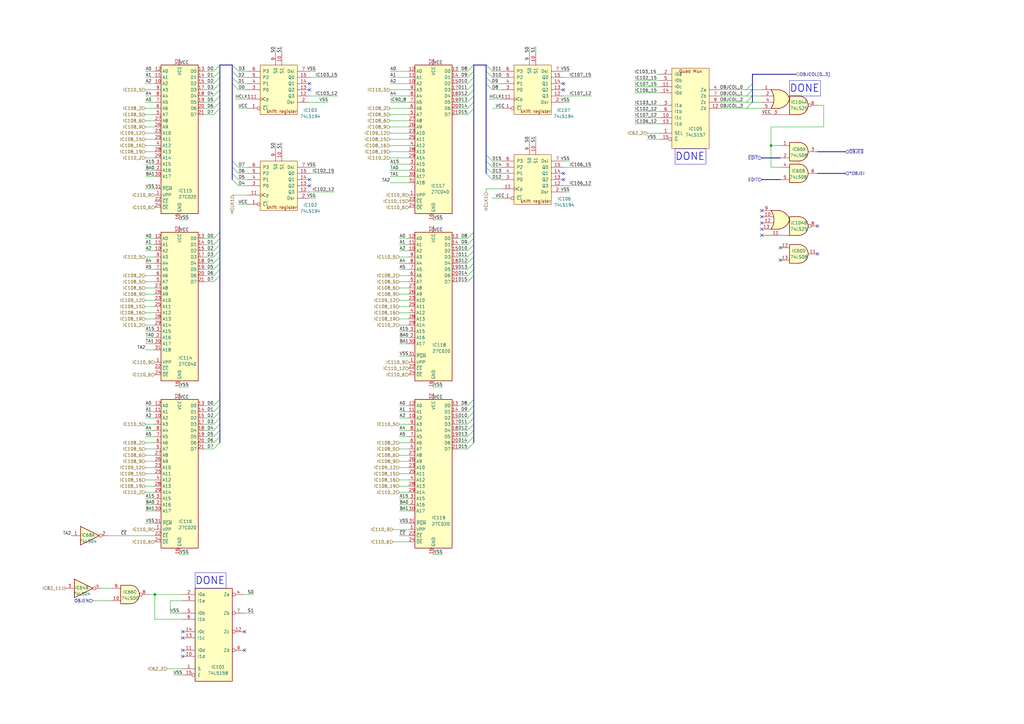
<source format=kicad_sch>
(kicad_sch (version 20231120) (generator "eeschema") (generator_version "8.0")
  (paper "A3")
  (title_block (title "Object ROM") (company "JOTEGO"))
  (junction (at 63.5 243.84))
  (junction (at 316.23 59.69))
  (no_connect (at 312.42 88.9))
  (no_connect (at 231.14 34.29))
  (no_connect (at 74.93 266.7))
  (no_connect (at 100.33 266.7))
  (no_connect (at 74.93 259.08))
  (no_connect (at 320.04 106.68))
  (no_connect (at 231.14 73.66))
  (no_connect (at 312.42 86.36))
  (no_connect (at 74.93 261.62))
  (no_connect (at 100.33 259.08))
  (no_connect (at 335.28 92.71))
  (no_connect (at 231.14 36.83))
  (no_connect (at 127 73.66))
  (no_connect (at 312.42 96.52))
  (no_connect (at 312.42 91.44))
  (no_connect (at 335.28 104.14))
  (no_connect (at 127 36.83))
  (no_connect (at 312.42 93.98))
  (no_connect (at 320.04 101.6))
  (no_connect (at 231.14 71.12))
  (no_connect (at 127 34.29))
  (no_connect (at 74.93 269.24))
  (no_connect (at 127 76.2))
  (bus_entry (at 191.77 179.07) (size 2.54 -2.54))
  (bus_entry (at 97.79 31.75) (size -2.54 -2.54))
  (bus_entry (at 97.79 76.2) (size -2.54 -2.54))
  (bus_entry (at 191.77 31.75) (size 2.54 -2.54))
  (bus_entry (at 191.77 44.45) (size 2.54 -2.54))
  (bus_entry (at 97.79 34.29) (size -2.54 -2.54))
  (bus_entry (at 87.63 110.49) (size 2.54 -2.54))
  (bus_entry (at 191.77 97.79) (size 2.54 -2.54))
  (bus_entry (at 87.63 113.03) (size 2.54 -2.54))
  (bus_entry (at 97.79 29.21) (size -2.54 -2.54))
  (bus_entry (at 306.07 44.45) (size 2.54 -2.54))
  (bus_entry (at 191.77 176.53) (size 2.54 -2.54))
  (bus_entry (at 199.39 71.12) (size 2.54 2.54))
  (bus_entry (at 97.79 73.66) (size -2.54 -2.54))
  (bus_entry (at 199.39 29.21) (size 2.54 2.54))
  (bus_entry (at 87.63 107.95) (size 2.54 -2.54))
  (bus_entry (at 87.63 97.79) (size 2.54 -2.54))
  (bus_entry (at 191.77 115.57) (size 2.54 -2.54))
  (bus_entry (at 191.77 110.49) (size 2.54 -2.54))
  (bus_entry (at 191.77 113.03) (size 2.54 -2.54))
  (bus_entry (at 199.39 26.67) (size 2.54 2.54))
  (bus_entry (at 306.07 41.91) (size 2.54 -2.54))
  (bus_entry (at 306.07 36.83) (size 2.54 -2.54))
  (bus_entry (at 191.77 41.91) (size 2.54 -2.54))
  (bus_entry (at 87.63 46.99) (size 2.54 -2.54))
  (bus_entry (at 87.63 181.61) (size 2.54 -2.54))
  (bus_entry (at 191.77 166.37) (size 2.54 -2.54))
  (bus_entry (at 191.77 102.87) (size 2.54 -2.54))
  (bus_entry (at 97.79 68.58) (size -2.54 -2.54))
  (bus_entry (at 97.79 71.12) (size -2.54 -2.54))
  (bus_entry (at 191.77 107.95) (size 2.54 -2.54))
  (bus_entry (at 87.63 179.07) (size 2.54 -2.54))
  (bus_entry (at 87.63 176.53) (size 2.54 -2.54))
  (bus_entry (at 87.63 105.41) (size 2.54 -2.54))
  (bus_entry (at 87.63 102.87) (size 2.54 -2.54))
  (bus_entry (at 199.39 66.04) (size 2.54 2.54))
  (bus_entry (at 87.63 171.45) (size 2.54 -2.54))
  (bus_entry (at 87.63 44.45) (size 2.54 -2.54))
  (bus_entry (at 87.63 115.57) (size 2.54 -2.54))
  (bus_entry (at 191.77 105.41) (size 2.54 -2.54))
  (bus_entry (at 87.63 168.91) (size 2.54 -2.54))
  (bus_entry (at 199.39 68.58) (size 2.54 2.54))
  (bus_entry (at 87.63 29.21) (size 2.54 -2.54))
  (bus_entry (at 87.63 173.99) (size 2.54 -2.54))
  (bus_entry (at 87.63 31.75) (size 2.54 -2.54))
  (bus_entry (at 87.63 34.29) (size 2.54 -2.54))
  (bus_entry (at 87.63 184.15) (size 2.54 -2.54))
  (bus_entry (at 199.39 34.29) (size 2.54 2.54))
  (bus_entry (at 87.63 36.83) (size 2.54 -2.54))
  (bus_entry (at 87.63 41.91) (size 2.54 -2.54))
  (bus_entry (at 191.77 39.37) (size 2.54 -2.54))
  (bus_entry (at 87.63 166.37) (size 2.54 -2.54))
  (bus_entry (at 191.77 100.33) (size 2.54 -2.54))
  (bus_entry (at 191.77 171.45) (size 2.54 -2.54))
  (bus_entry (at 87.63 39.37) (size 2.54 -2.54))
  (bus_entry (at 191.77 46.99) (size 2.54 -2.54))
  (bus_entry (at 191.77 36.83) (size 2.54 -2.54))
  (bus_entry (at 199.39 31.75) (size 2.54 2.54))
  (bus_entry (at 191.77 34.29) (size 2.54 -2.54))
  (bus_entry (at 97.79 36.83) (size -2.54 -2.54))
  (bus_entry (at 199.39 63.5) (size 2.54 2.54))
  (bus_entry (at 87.63 100.33) (size 2.54 -2.54))
  (bus_entry (at 191.77 184.15) (size 2.54 -2.54))
  (bus_entry (at 191.77 181.61) (size 2.54 -2.54))
  (bus_entry (at 191.77 168.91) (size 2.54 -2.54))
  (bus_entry (at 191.77 29.21) (size 2.54 -2.54))
  (bus_entry (at 191.77 173.99) (size 2.54 -2.54))
  (bus_entry (at 306.07 39.37) (size 2.54 -2.54))
  (bus (pts (xy 90.17 168.91) (xy 90.17 171.45)))
  (wire (pts (xy 316.23 52.07) (xy 316.23 59.69)))
  (wire (pts (xy 134.62 41.91) (xy 127 41.91)))
  (wire (pts (xy 97.79 31.75) (xy 101.6 31.75)))
  (wire (pts (xy 320.04 68.58) (xy 316.23 68.58)))
  (wire (pts (xy 59.69 49.53) (xy 63.5 49.53)))
  (wire (pts (xy 308.61 39.37) (xy 312.42 39.37)))
  (bus (pts (xy 95.25 68.58) (xy 95.25 66.04)))
  (wire (pts (xy 219.71 19.05) (xy 219.71 21.59)))
  (wire (pts (xy 59.69 31.75) (xy 63.5 31.75)))
  (wire (pts (xy 77.47 158.75) (xy 73.66 158.75)))
  (wire (pts (xy 187.96 173.99) (xy 191.77 173.99)))
  (wire (pts (xy 217.17 19.05) (xy 217.17 21.59)))
  (wire (pts (xy 59.69 59.69) (xy 63.5 59.69)))
  (wire (pts (xy 129.54 29.21) (xy 127 29.21)))
  (wire (pts (xy 187.96 36.83) (xy 191.77 36.83)))
  (wire (pts (xy 160.02 74.93) (xy 167.64 74.93)))
  (wire (pts (xy 187.96 100.33) (xy 191.77 100.33)))
  (wire (pts (xy 59.69 120.65) (xy 63.5 120.65)))
  (wire (pts (xy 295.91 44.45) (xy 306.07 44.45)))
  (wire (pts (xy 59.69 189.23) (xy 63.5 189.23)))
  (wire (pts (xy 59.69 166.37) (xy 63.5 166.37)))
  (wire (pts (xy 187.96 115.57) (xy 191.77 115.57)))
  (wire (pts (xy 163.83 186.69) (xy 167.64 186.69)))
  (wire (pts (xy 201.93 81.28) (xy 205.74 81.28)))
  (wire (pts (xy 233.68 41.91) (xy 231.14 41.91)))
  (wire (pts (xy 187.96 44.45) (xy 191.77 44.45)))
  (wire (pts (xy 77.47 90.17) (xy 73.66 90.17)))
  (wire (pts (xy 181.61 227.33) (xy 177.8 227.33)))
  (wire (pts (xy 187.96 29.21) (xy 191.77 29.21)))
  (wire (pts (xy 163.83 173.99) (xy 167.64 173.99)))
  (wire (pts (xy 160.02 46.99) (xy 167.64 46.99)))
  (wire (pts (xy 201.93 66.04) (xy 205.74 66.04)))
  (wire (pts (xy 181.61 158.75) (xy 177.8 158.75)))
  (bus (pts (xy 194.31 105.41) (xy 194.31 102.87)))
  (wire (pts (xy 59.69 113.03) (xy 63.5 113.03)))
  (bus (pts (xy 90.17 163.83) (xy 90.17 166.37)))
  (wire (pts (xy 161.29 217.17) (xy 167.64 217.17)))
  (wire (pts (xy 83.82 166.37) (xy 87.63 166.37)))
  (wire (pts (xy 217.17 55.88) (xy 217.17 58.42)))
  (wire (pts (xy 163.83 189.23) (xy 167.64 189.23)))
  (wire (pts (xy 163.83 196.85) (xy 167.64 196.85)))
  (wire (pts (xy 160.02 36.83) (xy 167.64 36.83)))
  (wire (pts (xy 59.69 115.57) (xy 63.5 115.57)))
  (bus (pts (xy 194.31 41.91) (xy 194.31 39.37)))
  (wire (pts (xy 97.79 29.21) (xy 101.6 29.21)))
  (wire (pts (xy 269.24 30.48) (xy 270.51 30.48)))
  (bus (pts (xy 194.31 29.21) (xy 194.31 26.67)))
  (wire (pts (xy 163.83 135.89) (xy 167.64 135.89)))
  (wire (pts (xy 59.69 176.53) (xy 63.5 176.53)))
  (wire (pts (xy 187.96 181.61) (xy 191.77 181.61)))
  (bus (pts (xy 308.61 39.37) (xy 308.61 36.83)))
  (wire (pts (xy 83.82 102.87) (xy 87.63 102.87)))
  (wire (pts (xy 69.85 251.46) (xy 69.85 246.38)))
  (bus (pts (xy 95.25 71.12) (xy 95.25 73.66)))
  (bus (pts (xy 194.31 110.49) (xy 194.31 107.95)))
  (wire (pts (xy 44.45 219.71) (xy 63.5 219.71)))
  (wire (pts (xy 95.25 80.01) (xy 101.6 80.01)))
  (wire (pts (xy 316.23 59.69) (xy 316.23 68.58)))
  (wire (pts (xy 163.83 118.11) (xy 167.64 118.11)))
  (wire (pts (xy 306.07 44.45) (xy 312.42 44.45)))
  (wire (pts (xy 163.83 166.37) (xy 167.64 166.37)))
  (wire (pts (xy 187.96 176.53) (xy 191.77 176.53)))
  (wire (pts (xy 59.69 168.91) (xy 63.5 168.91)))
  (wire (pts (xy 69.85 251.46) (xy 74.93 251.46)))
  (wire (pts (xy 96.52 40.64) (xy 101.6 40.64)))
  (wire (pts (xy 59.69 46.99) (xy 63.5 46.99)))
  (wire (pts (xy 187.96 97.79) (xy 191.77 97.79)))
  (wire (pts (xy 160.02 57.15) (xy 167.64 57.15)))
  (wire (pts (xy 69.85 246.38) (xy 74.93 246.38)))
  (bus (pts (xy 199.39 29.21) (xy 199.39 31.75)))
  (wire (pts (xy 295.91 39.37) (xy 306.07 39.37)))
  (wire (pts (xy 163.83 105.41) (xy 167.64 105.41)))
  (wire (pts (xy 163.83 214.63) (xy 167.64 214.63)))
  (wire (pts (xy 242.57 39.37) (xy 231.14 39.37)))
  (wire (pts (xy 59.69 201.93) (xy 63.5 201.93)))
  (wire (pts (xy 163.83 184.15) (xy 167.64 184.15)))
  (wire (pts (xy 163.83 128.27) (xy 167.64 128.27)))
  (wire (pts (xy 59.69 143.51) (xy 63.5 143.51)))
  (wire (pts (xy 306.07 41.91) (xy 308.61 41.91)))
  (wire (pts (xy 337.82 52.07) (xy 316.23 52.07)))
  (bus (pts (xy 199.39 31.75) (xy 199.39 34.29)))
  (wire (pts (xy 187.96 105.41) (xy 191.77 105.41)))
  (wire (pts (xy 163.83 97.79) (xy 167.64 97.79)))
  (wire (pts (xy 59.69 36.83) (xy 63.5 36.83)))
  (wire (pts (xy 308.61 41.91) (xy 312.42 41.91)))
  (wire (pts (xy 200.66 40.64) (xy 205.74 40.64)))
  (wire (pts (xy 73.66 95.25) (xy 73.66 92.71)))
  (wire (pts (xy 63.5 254) (xy 74.93 254)))
  (wire (pts (xy 137.16 71.12) (xy 127 71.12)))
  (wire (pts (xy 308.61 36.83) (xy 312.42 36.83)))
  (wire (pts (xy 59.69 77.47) (xy 63.5 77.47)))
  (wire (pts (xy 163.83 199.39) (xy 167.64 199.39)))
  (bus (pts (xy 308.61 41.91) (xy 308.61 39.37)))
  (wire (pts (xy 38.1 246.38) (xy 45.72 246.38)))
  (wire (pts (xy 160.02 44.45) (xy 167.64 44.45)))
  (wire (pts (xy 187.96 166.37) (xy 191.77 166.37)))
  (wire (pts (xy 59.69 110.49) (xy 63.5 110.49)))
  (wire (pts (xy 97.79 71.12) (xy 101.6 71.12)))
  (wire (pts (xy 163.83 179.07) (xy 167.64 179.07)))
  (wire (pts (xy 163.83 168.91) (xy 167.64 168.91)))
  (wire (pts (xy 83.82 184.15) (xy 87.63 184.15)))
  (wire (pts (xy 59.69 67.31) (xy 63.5 67.31)))
  (wire (pts (xy 163.83 125.73) (xy 167.64 125.73)))
  (wire (pts (xy 201.93 44.45) (xy 205.74 44.45)))
  (bus (pts (xy 194.31 110.49) (xy 194.31 113.03)))
  (wire (pts (xy 129.54 81.28) (xy 127 81.28)))
  (bus (pts (xy 90.17 176.53) (xy 90.17 179.07)))
  (wire (pts (xy 59.69 191.77) (xy 63.5 191.77)))
  (bus (pts (xy 194.31 113.03) (xy 194.31 163.83)))
  (wire (pts (xy 83.82 34.29) (xy 87.63 34.29)))
  (wire (pts (xy 59.69 196.85) (xy 63.5 196.85)))
  (bus (pts (xy 90.17 36.83) (xy 90.17 39.37)))
  (wire (pts (xy 97.79 76.2) (xy 101.6 76.2)))
  (wire (pts (xy 219.71 55.88) (xy 219.71 58.42)))
  (bus (pts (xy 194.31 100.33) (xy 194.31 97.79)))
  (wire (pts (xy 163.83 113.03) (xy 167.64 113.03)))
  (wire (pts (xy 187.96 113.03) (xy 191.77 113.03)))
  (bus (pts (xy 312.42 64.77) (xy 320.04 64.77)))
  (wire (pts (xy 160.02 39.37) (xy 167.64 39.37)))
  (wire (pts (xy 83.82 39.37) (xy 87.63 39.37)))
  (wire (pts (xy 59.69 57.15) (xy 63.5 57.15)))
  (bus (pts (xy 199.39 26.67) (xy 199.39 29.21)))
  (wire (pts (xy 265.43 57.15) (xy 270.51 57.15)))
  (wire (pts (xy 187.96 31.75) (xy 191.77 31.75)))
  (wire (pts (xy 83.82 115.57) (xy 87.63 115.57)))
  (wire (pts (xy 73.66 26.67) (xy 73.66 24.13)))
  (bus (pts (xy 308.61 30.48) (xy 326.39 30.48)))
  (bus (pts (xy 194.31 107.95) (xy 194.31 105.41)))
  (wire (pts (xy 63.5 243.84) (xy 63.5 254)))
  (wire (pts (xy 163.83 201.93) (xy 167.64 201.93)))
  (wire (pts (xy 242.57 76.2) (xy 231.14 76.2)))
  (wire (pts (xy 187.96 39.37) (xy 191.77 39.37)))
  (wire (pts (xy 97.79 34.29) (xy 101.6 34.29)))
  (bus (pts (xy 335.28 62.23) (xy 346.71 62.23)))
  (wire (pts (xy 71.12 276.86) (xy 74.93 276.86)))
  (wire (pts (xy 83.82 36.83) (xy 87.63 36.83)))
  (wire (pts (xy 59.69 199.39) (xy 63.5 199.39)))
  (bus (pts (xy 194.31 179.07) (xy 194.31 181.61)))
  (wire (pts (xy 163.83 219.71) (xy 167.64 219.71)))
  (bus (pts (xy 194.31 102.87) (xy 194.31 100.33)))
  (wire (pts (xy 199.39 77.47) (xy 205.74 77.47)))
  (bus (pts (xy 199.39 63.5) (xy 199.39 66.04)))
  (wire (pts (xy 59.69 34.29) (xy 63.5 34.29)))
  (wire (pts (xy 163.83 123.19) (xy 167.64 123.19)))
  (bus (pts (xy 194.31 26.67) (xy 199.39 26.67)))
  (wire (pts (xy 59.69 130.81) (xy 63.5 130.81)))
  (wire (pts (xy 59.69 181.61) (xy 63.5 181.61)))
  (wire (pts (xy 260.35 43.18) (xy 270.51 43.18)))
  (wire (pts (xy 59.69 69.85) (xy 63.5 69.85)))
  (wire (pts (xy 59.69 123.19) (xy 63.5 123.19)))
  (wire (pts (xy 163.83 115.57) (xy 167.64 115.57)))
  (wire (pts (xy 59.69 102.87) (xy 63.5 102.87)))
  (wire (pts (xy 59.69 107.95) (xy 63.5 107.95)))
  (wire (pts (xy 187.96 102.87) (xy 191.77 102.87)))
  (bus (pts (xy 95.25 31.75) (xy 95.25 34.29)))
  (wire (pts (xy 59.69 118.11) (xy 63.5 118.11)))
  (wire (pts (xy 260.35 35.56) (xy 270.51 35.56)))
  (bus (pts (xy 194.31 163.83) (xy 194.31 166.37)))
  (wire (pts (xy 97.79 36.83) (xy 101.6 36.83)))
  (wire (pts (xy 306.07 39.37) (xy 308.61 39.37)))
  (bus (pts (xy 335.28 71.12) (xy 346.71 71.12)))
  (wire (pts (xy 306.07 36.83) (xy 308.61 36.83)))
  (wire (pts (xy 97.79 44.45) (xy 101.6 44.45)))
  (wire (pts (xy 59.69 62.23) (xy 63.5 62.23)))
  (wire (pts (xy 83.82 113.03) (xy 87.63 113.03)))
  (bus (pts (xy 194.31 168.91) (xy 194.31 171.45)))
  (wire (pts (xy 233.68 66.04) (xy 231.14 66.04)))
  (wire (pts (xy 97.79 73.66) (xy 101.6 73.66)))
  (wire (pts (xy 83.82 44.45) (xy 87.63 44.45)))
  (wire (pts (xy 59.69 138.43) (xy 63.5 138.43)))
  (wire (pts (xy 59.69 194.31) (xy 63.5 194.31)))
  (wire (pts (xy 265.43 54.61) (xy 270.51 54.61)))
  (wire (pts (xy 233.68 29.21) (xy 231.14 29.21)))
  (wire (pts (xy 59.69 29.21) (xy 63.5 29.21)))
  (wire (pts (xy 163.83 194.31) (xy 167.64 194.31)))
  (wire (pts (xy 177.8 163.83) (xy 177.8 161.29)))
  (bus (pts (xy 90.17 105.41) (xy 90.17 107.95)))
  (wire (pts (xy 260.35 33.02) (xy 270.51 33.02)))
  (bus (pts (xy 194.31 95.25) (xy 194.31 44.45)))
  (wire (pts (xy 242.57 31.75) (xy 231.14 31.75)))
  (wire (pts (xy 59.69 128.27) (xy 63.5 128.27)))
  (wire (pts (xy 104.14 251.46) (xy 100.33 251.46)))
  (wire (pts (xy 199.39 77.47) (xy 199.39 78.74)))
  (wire (pts (xy 233.68 78.74) (xy 231.14 78.74)))
  (wire (pts (xy 160.02 31.75) (xy 167.64 31.75)))
  (wire (pts (xy 41.91 241.3) (xy 45.72 241.3)))
  (wire (pts (xy 83.82 176.53) (xy 87.63 176.53)))
  (wire (pts (xy 59.69 209.55) (xy 63.5 209.55)))
  (wire (pts (xy 59.69 41.91) (xy 63.5 41.91)))
  (wire (pts (xy 59.69 125.73) (xy 63.5 125.73)))
  (wire (pts (xy 68.58 274.32) (xy 74.93 274.32)))
  (wire (pts (xy 113.03 19.05) (xy 113.03 21.59)))
  (wire (pts (xy 63.5 243.84) (xy 74.93 243.84)))
  (wire (pts (xy 115.57 58.42) (xy 115.57 60.96)))
  (wire (pts (xy 160.02 41.91) (xy 167.64 41.91)))
  (bus (pts (xy 90.17 26.67) (xy 95.25 26.67)))
  (wire (pts (xy 187.96 179.07) (xy 191.77 179.07)))
  (wire (pts (xy 163.83 120.65) (xy 167.64 120.65)))
  (bus (pts (xy 90.17 173.99) (xy 90.17 176.53)))
  (bus (pts (xy 90.17 31.75) (xy 90.17 34.29)))
  (wire (pts (xy 201.93 73.66) (xy 205.74 73.66)))
  (wire (pts (xy 160.02 59.69) (xy 167.64 59.69)))
  (bus (pts (xy 90.17 179.07) (xy 90.17 181.61)))
  (wire (pts (xy 59.69 140.97) (xy 63.5 140.97)))
  (wire (pts (xy 201.93 68.58) (xy 205.74 68.58)))
  (wire (pts (xy 161.29 222.25) (xy 167.64 222.25)))
  (bus (pts (xy 194.31 31.75) (xy 194.31 29.21)))
  (bus (pts (xy 308.61 36.83) (xy 308.61 34.29)))
  (wire (pts (xy 59.69 207.01) (xy 63.5 207.01)))
  (wire (pts (xy 59.69 214.63) (xy 63.5 214.63)))
  (wire (pts (xy 83.82 110.49) (xy 87.63 110.49)))
  (wire (pts (xy 187.96 46.99) (xy 191.77 46.99)))
  (wire (pts (xy 335.28 43.18) (xy 337.82 43.18)))
  (bus (pts (xy 90.17 113.03) (xy 90.17 163.83)))
  (wire (pts (xy 83.82 173.99) (xy 87.63 173.99)))
  (bus (pts (xy 90.17 102.87) (xy 90.17 105.41)))
  (wire (pts (xy 59.69 44.45) (xy 63.5 44.45)))
  (wire (pts (xy 160.02 52.07) (xy 167.64 52.07)))
  (wire (pts (xy 59.69 171.45) (xy 63.5 171.45)))
  (bus (pts (xy 199.39 34.29) (xy 199.39 63.5)))
  (wire (pts (xy 83.82 41.91) (xy 87.63 41.91)))
  (bus (pts (xy 90.17 110.49) (xy 90.17 113.03)))
  (wire (pts (xy 242.57 68.58) (xy 231.14 68.58)))
  (wire (pts (xy 73.66 163.83) (xy 73.66 161.29)))
  (wire (pts (xy 163.83 146.05) (xy 167.64 146.05)))
  (wire (pts (xy 160.02 69.85) (xy 167.64 69.85)))
  (wire (pts (xy 177.8 95.25) (xy 177.8 92.71)))
  (wire (pts (xy 83.82 171.45) (xy 87.63 171.45)))
  (bus (pts (xy 90.17 39.37) (xy 90.17 41.91)))
  (wire (pts (xy 59.69 184.15) (xy 63.5 184.15)))
  (bus (pts (xy 90.17 95.25) (xy 90.17 97.79)))
  (bus (pts (xy 90.17 26.67) (xy 90.17 29.21)))
  (wire (pts (xy 160.02 64.77) (xy 167.64 64.77)))
  (bus (pts (xy 194.31 44.45) (xy 194.31 41.91)))
  (wire (pts (xy 163.83 204.47) (xy 167.64 204.47)))
  (wire (pts (xy 59.69 64.77) (xy 63.5 64.77)))
  (wire (pts (xy 97.79 83.82) (xy 101.6 83.82)))
  (wire (pts (xy 83.82 29.21) (xy 87.63 29.21)))
  (wire (pts (xy 163.83 181.61) (xy 167.64 181.61)))
  (wire (pts (xy 127 39.37) (xy 138.43 39.37)))
  (wire (pts (xy 83.82 31.75) (xy 87.63 31.75)))
  (bus (pts (xy 194.31 171.45) (xy 194.31 173.99)))
  (bus (pts (xy 90.17 107.95) (xy 90.17 110.49)))
  (wire (pts (xy 83.82 46.99) (xy 87.63 46.99)))
  (bus (pts (xy 194.31 97.79) (xy 194.31 95.25)))
  (bus (pts (xy 95.25 34.29) (xy 95.25 66.04)))
  (bus (pts (xy 90.17 34.29) (xy 90.17 36.83)))
  (bus (pts (xy 194.31 34.29) (xy 194.31 31.75)))
  (bus (pts (xy 194.31 36.83) (xy 194.31 34.29)))
  (bus (pts (xy 194.31 173.99) (xy 194.31 176.53)))
  (bus (pts (xy 90.17 100.33) (xy 90.17 102.87)))
  (wire (pts (xy 316.23 59.69) (xy 320.04 59.69)))
  (wire (pts (xy 160.02 29.21) (xy 167.64 29.21)))
  (wire (pts (xy 201.93 31.75) (xy 205.74 31.75)))
  (wire (pts (xy 163.83 140.97) (xy 167.64 140.97)))
  (wire (pts (xy 160.02 49.53) (xy 167.64 49.53)))
  (bus (pts (xy 90.17 44.45) (xy 90.17 95.25)))
  (wire (pts (xy 260.35 48.26) (xy 270.51 48.26)))
  (wire (pts (xy 163.83 100.33) (xy 167.64 100.33)))
  (wire (pts (xy 160.02 54.61) (xy 167.64 54.61)))
  (bus (pts (xy 308.61 34.29) (xy 308.61 30.48)))
  (wire (pts (xy 129.54 68.58) (xy 127 68.58)))
  (wire (pts (xy 83.82 181.61) (xy 87.63 181.61)))
  (bus (pts (xy 90.17 166.37) (xy 90.17 168.91)))
  (bus (pts (xy 90.17 171.45) (xy 90.17 173.99)))
  (wire (pts (xy 187.96 34.29) (xy 191.77 34.29)))
  (wire (pts (xy 59.69 100.33) (xy 63.5 100.33)))
  (wire (pts (xy 59.69 186.69) (xy 63.5 186.69)))
  (wire (pts (xy 160.02 62.23) (xy 167.64 62.23)))
  (wire (pts (xy 59.69 52.07) (xy 63.5 52.07)))
  (bus (pts (xy 199.39 66.04) (xy 199.39 68.58)))
  (wire (pts (xy 260.35 38.1) (xy 270.51 38.1)))
  (wire (pts (xy 127 31.75) (xy 138.43 31.75)))
  (wire (pts (xy 201.93 71.12) (xy 205.74 71.12)))
  (wire (pts (xy 163.83 171.45) (xy 167.64 171.45)))
  (wire (pts (xy 163.83 176.53) (xy 167.64 176.53)))
  (wire (pts (xy 113.03 58.42) (xy 113.03 60.96)))
  (wire (pts (xy 337.82 43.18) (xy 337.82 52.07)))
  (bus (pts (xy 312.42 73.66) (xy 320.04 73.66)))
  (wire (pts (xy 201.93 36.83) (xy 205.74 36.83)))
  (wire (pts (xy 59.69 39.37) (xy 63.5 39.37)))
  (wire (pts (xy 187.96 184.15) (xy 191.77 184.15)))
  (wire (pts (xy 163.83 107.95) (xy 167.64 107.95)))
  (wire (pts (xy 163.83 207.01) (xy 167.64 207.01)))
  (wire (pts (xy 163.83 209.55) (xy 167.64 209.55)))
  (wire (pts (xy 83.82 97.79) (xy 87.63 97.79)))
  (wire (pts (xy 59.69 97.79) (xy 63.5 97.79)))
  (wire (pts (xy 260.35 45.72) (xy 270.51 45.72)))
  (wire (pts (xy 59.69 179.07) (xy 63.5 179.07)))
  (wire (pts (xy 260.35 50.8) (xy 270.51 50.8)))
  (wire (pts (xy 181.61 90.17) (xy 177.8 90.17)))
  (wire (pts (xy 201.93 29.21) (xy 205.74 29.21)))
  (bus (pts (xy 194.31 166.37) (xy 194.31 168.91)))
  (wire (pts (xy 295.91 41.91) (xy 306.07 41.91)))
  (wire (pts (xy 163.83 130.81) (xy 167.64 130.81)))
  (bus (pts (xy 194.31 176.53) (xy 194.31 179.07)))
  (bus (pts (xy 95.25 29.21) (xy 95.25 31.75)))
  (wire (pts (xy 83.82 168.91) (xy 87.63 168.91)))
  (wire (pts (xy 59.69 105.41) (xy 63.5 105.41)))
  (wire (pts (xy 187.96 171.45) (xy 191.77 171.45)))
  (bus (pts (xy 95.25 71.12) (xy 95.25 68.58)))
  (wire (pts (xy 59.69 133.35) (xy 63.5 133.35)))
  (wire (pts (xy 201.93 34.29) (xy 205.74 34.29)))
  (bus (pts (xy 90.17 29.21) (xy 90.17 31.75)))
  (wire (pts (xy 295.91 36.83) (xy 306.07 36.83)))
  (wire (pts (xy 160.02 34.29) (xy 167.64 34.29)))
  (bus (pts (xy 95.25 26.67) (xy 95.25 29.21)))
  (wire (pts (xy 163.83 133.35) (xy 167.64 133.35)))
  (bus (pts (xy 90.17 41.91) (xy 90.17 44.45)))
  (wire (pts (xy 187.96 41.91) (xy 191.77 41.91)))
  (wire (pts (xy 160.02 72.39) (xy 167.64 72.39)))
  (wire (pts (xy 115.57 19.05) (xy 115.57 21.59)))
  (wire (pts (xy 59.69 72.39) (xy 63.5 72.39)))
  (wire (pts (xy 187.96 168.91) (xy 191.77 168.91)))
  (wire (pts (xy 177.8 26.67) (xy 177.8 24.13)))
  (wire (pts (xy 97.79 68.58) (xy 101.6 68.58)))
  (wire (pts (xy 163.83 102.87) (xy 167.64 102.87)))
  (bus (pts (xy 199.39 68.58) (xy 199.39 71.12)))
  (wire (pts (xy 83.82 100.33) (xy 87.63 100.33)))
  (wire (pts (xy 60.96 243.84) (xy 63.5 243.84)))
  (wire (pts (xy 137.16 78.74) (xy 127 78.74)))
  (wire (pts (xy 83.82 105.41) (xy 87.63 105.41)))
  (bus (pts (xy 194.31 39.37) (xy 194.31 36.83)))
  (bus (pts (xy 90.17 97.79) (xy 90.17 100.33)))
  (wire (pts (xy 163.83 191.77) (xy 167.64 191.77)))
  (wire (pts (xy 59.69 54.61) (xy 63.5 54.61)))
  (wire (pts (xy 187.96 107.95) (xy 191.77 107.95)))
  (wire (pts (xy 59.69 204.47) (xy 63.5 204.47)))
  (wire (pts (xy 83.82 179.07) (xy 87.63 179.07)))
  (wire (pts (xy 77.47 227.33) (xy 73.66 227.33)))
  (wire (pts (xy 163.83 110.49) (xy 167.64 110.49)))
  (wire (pts (xy 59.69 135.89) (xy 63.5 135.89)))
  (wire (pts (xy 187.96 110.49) (xy 191.77 110.49)))
  (wire (pts (xy 160.02 67.31) (xy 167.64 67.31)))
  (wire (pts (xy 83.82 107.95) (xy 87.63 107.95)))
  (wire (pts (xy 59.69 173.99) (xy 63.5 173.99)))
  (wire (pts (xy 104.14 243.84) (xy 100.33 243.84)))
  (wire (pts (xy 163.83 138.43) (xy 167.64 138.43)))
  (rectangle (start 323.85 33.02) (end 336.55 39.37) (fill (type color) (color 255 255 255 1)))
  (rectangle (start 276.86 60.96) (end 289.56 67.31) (fill (type color) (color 255 255 255 1)))
  (rectangle (start 80.01 234.95) (end 92.71 241.3) (fill (type color) (color 255 255 255 1)))
  (text "DONE" (at 276.86 66.04 0) (effects (font (size 3 3) (thickness 0.254) (bold yes)) (justify left bottom)))
  (text "DONE" (at 323.85 38.1 0) (effects (font (size 3 3) (thickness 0.254) (bold yes)) (justify left bottom)))
  (text "DONE" (at 80.01 240.03 0) (effects (font (size 3 3) (thickness 0.254) (bold yes)) (justify left bottom)))
  (label "VCC" (at 97.79 83.82 0))
  (label "D2" (at 87.63 102.87 180))
  (label "OBJCOL_0" (at 304.8 36.83 180))
  (label "IC107_12" (at 260.35 48.26 0))
  (label "D0" (at 97.79 36.83 0))
  (label "D15" (at 191.77 46.99 180))
  (label "VSS" (at 233.68 66.04 180))
  (label "VSS" (at 163.83 214.63 0))
  (label "BA0" (at 59.69 207.01 0))
  (label "BA0" (at 59.69 69.85 0))
  (label "D10" (at 191.77 102.87 180))
  (label "VCC" (at 97.79 44.45 0))
  (label "A15" (at 59.69 67.31 0))
  (label "A0" (at 163.83 97.79 0))
  (label "VSS" (at 129.54 68.58 180))
  (label "D4" (at 87.63 176.53 180))
  (label "IC102_15" (at 260.35 33.02 0))
  (label "A1" (at 160.02 31.75 0))
  (label "D9" (at 204.3383 34.29 180))
  (label "A5" (at 163.83 179.07 0))
  (label "A0" (at 59.69 97.79 0))
  (label "D8" (at 191.77 166.37 180))
  (label "VSS" (at 233.68 29.21 180))
  (label "D4" (at 97.79 76.2 0))
  (label "A0" (at 59.69 166.37 0))
  (label "VSS" (at 233.68 41.91 180))
  (label "VSS" (at 129.54 81.28 180))
  (label "D6" (at 87.63 113.03 180))
  (label "D6" (at 87.63 181.61 180))
  (label "D5" (at 87.63 41.91 180))
  (label "VSS" (at 134.62 41.91 180))
  (label "D9" (at 191.77 31.75 180))
  (label "A1" (at 59.69 168.91 0))
  (label "S0" (at 217.17 55.88 270))
  (label "VCC" (at 177.8 26.67 0))
  (label "D2" (at 100.33 31.75 180))
  (label "D6" (at 87.63 44.45 180))
  (label "D1" (at 100.33 34.29 180))
  (label "D0" (at 87.63 166.37 180))
  (label "D5" (at 87.63 110.49 180))
  (label "D12" (at 191.77 107.95 180))
  (label "VSS" (at 181.61 90.17 180))
  (label "IC102_12" (at 137.16 78.74 180))
  (label "D12" (at 205.74 73.66 180))
  (label "A15" (at 163.83 135.89 0))
  (label "OBJCOL_3" (at 304.8 44.45 180))
  (label "D8" (at 191.77 29.21 180))
  (label "VSS" (at 181.61 227.33 180))
  (label "IC106_12" (at 260.35 50.8 0))
  (label "TA1" (at 160.02 72.39 0))
  (label "D7" (at 87.63 46.99 180))
  (label "VSS" (at 71.12 276.86 0))
  (label "~{CE}" (at 163.83 219.71 0))
  (label "S0" (at 113.03 58.42 270))
  (label "A1" (at 59.69 100.33 0))
  (label "D13" (at 191.77 110.49 180))
  (label "S1" (at 115.57 58.42 270))
  (label "TA2" (at 29.21 219.71 180))
  (label "D7" (at 87.63 115.57 180))
  (label "D4" (at 87.63 39.37 180))
  (label "OBJCOL_1" (at 304.8 39.37 180))
  (label "BA1" (at 163.83 209.55 0))
  (label "A4" (at 59.69 176.53 0))
  (label "IC103_12" (at 260.35 43.18 0))
  (label "D0" (at 87.63 29.21 180))
  (label "D5" (at 87.63 179.07 180))
  (label "A1" (at 59.69 31.75 0))
  (label "A2" (at 59.69 34.29 0))
  (label "A2" (at 59.69 102.87 0))
  (label "VSS" (at 265.43 57.15 0))
  (label "IC106_15" (at 260.35 38.1 0))
  (label "S1" (at 219.71 19.05 270))
  (label "D14" (at 191.77 181.61 180))
  (label "D9" (at 191.77 168.91 180))
  (label "VSS" (at 77.47 158.75 180))
  (label "BA1" (at 163.83 140.97 0))
  (label "D11" (at 205.74 29.21 180))
  (label "A0" (at 163.83 166.37 0))
  (label "IC102_15" (at 137.16 71.12 180))
  (label "D13" (at 205.74 71.12 180))
  (label "VSS" (at 77.47 227.33 180))
  (label "D15" (at 205.74 66.04 180))
  (label "D8" (at 204.47 36.83 180))
  (label "A0" (at 160.02 29.21 0))
  (label "VCC" (at 73.66 26.67 0))
  (label "BA0" (at 163.83 207.01 0))
  (label "A15" (at 160.02 67.31 0))
  (label "D15" (at 191.77 184.15 180))
  (label "IC90_8" (at 160.02 41.91 0))
  (label "D6" (at 97.79 71.12 0))
  (label "D3" (at 87.63 36.83 180))
  (label "VSS" (at 59.69 77.47 0))
  (label "D2" (at 87.63 34.29 180))
  (label "D3" (at 87.63 173.99 180))
  (label "A5" (at 59.69 179.07 0))
  (label "~{CE}" (at 49.53 219.71 0))
  (label "TA1" (at 59.69 140.97 0))
  (label "IC106_15" (at 242.57 68.58 180))
  (label "A5" (at 59.69 110.49 0))
  (label "VCC" (at 203.2 81.28 0))
  (label "D5" (at 97.79 73.66 0))
  (label "TA0" (at 59.69 138.43 0))
  (label "D15" (at 191.77 115.57 180))
  (label "D1" (at 87.63 168.91 180))
  (label "D3" (at 87.63 105.41 180))
  (label "A5" (at 59.69 41.91 0))
  (label "D9" (at 191.77 100.33 180))
  (label "D2" (at 87.63 171.45 180))
  (label "VCC" (at 312.42 46.99 0))
  (label "VSS" (at 69.85 251.46 0))
  (label "D14" (at 191.77 113.03 180))
  (label "VSS" (at 163.83 146.05 0))
  (label "A15" (at 59.69 204.47 0))
  (label "D1" (at 87.63 31.75 180))
  (label "A15" (at 59.69 135.89 0))
  (label "A1" (at 163.83 168.91 0))
  (label "D8" (at 191.77 97.79 180))
  (label "D4" (at 87.63 107.95 180))
  (label "S1" (at 104.14 251.46 180))
  (label "VCC" (at 177.8 95.25 0))
  (label "D10" (at 205.74 31.75 180))
  (label "D10" (at 191.77 171.45 180))
  (label "D12" (at 191.77 176.53 180))
  (label "IC103_15" (at 269.24 30.48 180))
  (label "A15" (at 163.83 204.47 0))
  (label "HCLK1" (at 200.66 40.64 0))
  (label "D7" (at 97.79 68.58 0))
  (label "D3" (at 97.79 29.21 0))
  (label "TA2" (at 59.69 143.51 180))
  (label "D0" (at 87.63 97.79 180))
  (label "BA0" (at 163.83 138.43 0))
  (label "A2" (at 163.83 102.87 0))
  (label "A2" (at 163.83 171.45 0))
  (label "BA1" (at 59.69 209.55 0))
  (label "D13" (at 191.77 179.07 180))
  (label "VCC" (at 203.2 44.45 0))
  (label "S1" (at 115.57 19.05 270))
  (label "VSS" (at 77.47 90.17 180))
  (label "VSS" (at 233.68 78.74 180))
  (label "D10" (at 191.77 34.29 180))
  (label "IC106_12" (at 242.57 76.2 180))
  (label "IC107_15" (at 260.35 35.56 0))
  (label "OBJCOL_2" (at 304.8 41.91 180))
  (label "A0" (at 59.69 29.21 0))
  (label "A5" (at 163.83 110.49 0))
  (label "D11" (at 191.77 105.41 180))
  (label "VSS" (at 181.61 158.75 180))
  (label "IC102_12" (at 260.35 45.72 0))
  (label "A4" (at 59.69 107.95 0))
  (label "D12" (at 191.77 39.37 180))
  (label "VSS" (at 129.54 29.21 180))
  (label "D11" (at 191.77 36.83 180))
  (label "S0" (at 217.17 19.05 270))
  (label "VCC" (at 177.8 163.83 0))
  (label "A2" (at 59.69 171.45 0))
  (label "D13" (at 191.77 41.91 180))
  (label "BA1" (at 59.69 72.39 0))
  (label "A4" (at 160.02 39.37 0))
  (label "S0" (at 104.14 243.84 180))
  (label "D7" (at 87.63 184.15 180))
  (label "A4" (at 59.69 39.37 0))
  (label "VSS" (at 59.69 214.63 0))
  (label "D14" (at 191.77 44.45 180))
  (label "IC107_12" (at 242.57 39.37 180))
  (label "D11" (at 191.77 173.99 180))
  (label "TA0" (at 160.02 69.85 0))
  (label "A2" (at 160.02 34.29 0))
  (label "A4" (at 163.83 176.53 0))
  (label "A4" (at 163.83 107.95 0))
  (label "IC107_15" (at 242.57 31.75 180))
  (label "D1" (at 87.63 100.33 180))
  (label "IC103_12" (at 138.43 39.37 180))
  (label "D14" (at 205.74 68.58 180))
  (label "S1" (at 219.71 55.88 270))
  (label "VCC" (at 73.66 163.83 0))
  (label "VCC" (at 73.66 95.25 0))
  (label "S0" (at 113.03 19.05 270))
  (label "IC103_15" (at 138.43 31.75 180))
  (label "HCLK1" (at 96.52 40.64 0))
  (label "TA2" (at 160.02 74.93 180))
  (label "A1" (at 163.83 100.33 0))
  (hierarchical_label "IC109_12" (shape input) (at 163.83 191.77 180))
  (hierarchical_label "IC110_9" (shape input) (at 161.29 217.17 180))
  (hierarchical_label "*OBJEI" (shape input) (at 346.71 71.12 0))
  (hierarchical_label "IC108_9" (shape input) (at 59.69 120.65 180))
  (hierarchical_label "IC108_5" (shape input) (at 160.02 46.99 180))
  (hierarchical_label "IC108_19" (shape input) (at 163.83 199.39 180))
  (hierarchical_label "IC62_2" (shape input) (at 265.43 54.61 180))
  (hierarchical_label "IC108_9" (shape input) (at 160.02 52.07 180))
  (hierarchical_label "IC110_9" (shape input) (at 167.64 80.01 180))
  (hierarchical_label "IC108_16" (shape input) (at 59.69 59.69 180))
  (hierarchical_label "IC110_5" (shape input) (at 163.83 105.41 180))
  (hierarchical_label "IC108_6" (shape input) (at 163.83 186.69 180))
  (hierarchical_label "IC108_2" (shape input) (at 59.69 44.45 180))
  (hierarchical_label "IC108_15" (shape input) (at 59.69 125.73 180))
  (hierarchical_label "IC110_6" (shape input) (at 63.5 222.25 180))
  (hierarchical_label "IC108_2" (shape input) (at 160.02 44.45 180))
  (hierarchical_label "IC110_6" (shape input) (at 167.64 153.67 180))
  (hierarchical_label "IC110_2" (shape input) (at 163.83 201.93 180))
  (hierarchical_label "IC108_5" (shape input) (at 59.69 184.15 180))
  (hierarchical_label "~{EDIT}" (shape input) (at 312.42 64.77 180))
  (hierarchical_label "IC110_2" (shape input) (at 163.83 133.35 180))
  (hierarchical_label "OBJEN" (shape input) (at 38.1 246.38 180))
  (hierarchical_label "IC108_19" (shape input) (at 160.02 62.23 180))
  (hierarchical_label "IC110_15" (shape input) (at 167.64 82.55 180))
  (hierarchical_label "IC108_2" (shape input) (at 163.83 181.61 180))
  (hierarchical_label "IC108_5" (shape input) (at 59.69 115.57 180))
  (hierarchical_label "IC110_2" (shape input) (at 160.02 64.77 180))
  (hierarchical_label "IC108_5" (shape input) (at 59.69 46.99 180))
  (hierarchical_label "IC108_9" (shape input) (at 59.69 189.23 180))
  (hierarchical_label "IC108_16" (shape input) (at 163.83 196.85 180))
  (hierarchical_label "IC110_5" (shape input) (at 59.69 173.99 180))
  (hierarchical_label "IC110_9" (shape input) (at 167.64 148.59 180))
  (hierarchical_label "IC110_9" (shape input) (at 63.5 80.01 180))
  (hierarchical_label "IC62_2" (shape input) (at 68.58 274.32 180))
  (hierarchical_label "IC108_19" (shape input) (at 59.69 130.81 180))
  (hierarchical_label "IC108_9" (shape input) (at 163.83 189.23 180))
  (hierarchical_label "IC110_5" (shape input) (at 160.02 36.83 180))
  (hierarchical_label "IC110_6" (shape input) (at 63.5 153.67 180))
  (hierarchical_label "IC108_6" (shape input) (at 59.69 186.69 180))
  (hierarchical_label "IC108_6" (shape input) (at 59.69 49.53 180))
  (hierarchical_label "OBJCOL[0..3]" (shape input) (at 326.39 30.48 0))
  (hierarchical_label "IC108_6" (shape input) (at 160.02 49.53 180))
  (hierarchical_label "IC110_12" (shape input) (at 167.64 151.13 180))
  (hierarchical_label "IC108_15" (shape input) (at 163.83 125.73 180))
  (hierarchical_label "IC108_16" (shape input) (at 59.69 128.27 180))
  (hierarchical_label "IC108_19" (shape input) (at 163.83 130.81 180))
  (hierarchical_label "IC108_15" (shape input) (at 59.69 194.31 180))
  (hierarchical_label "IC108_15" (shape input) (at 160.02 57.15 180))
  (hierarchical_label "IC109_12" (shape input) (at 163.83 123.19 180))
  (hierarchical_label "IC109_12" (shape input) (at 59.69 123.19 180))
  (hierarchical_label "IC108_5" (shape input) (at 163.83 115.57 180))
  (hierarchical_label "IC109_12" (shape input) (at 59.69 54.61 180))
  (hierarchical_label "HCLK1" (shape input) (at 95.25 80.01 270))
  (hierarchical_label "IC110_5" (shape input) (at 59.69 36.83 180))
  (hierarchical_label "IC110_5" (shape input) (at 59.69 105.41 180))
  (hierarchical_label "IC108_2" (shape input) (at 59.69 113.03 180))
  (hierarchical_label "IC110_2" (shape input) (at 59.69 64.77 180))
  (hierarchical_label "IC108_15" (shape input) (at 163.83 194.31 180))
  (hierarchical_label "IC110_5" (shape input) (at 163.83 173.99 180))
  (hierarchical_label "EDIT" (shape input) (at 312.42 73.66 180))
  (hierarchical_label "IC110_9" (shape input) (at 63.5 217.17 180))
  (hierarchical_label "IC108_6" (shape input) (at 163.83 118.11 180))
  (hierarchical_label "IC109_12" (shape input) (at 160.02 54.61 180))
  (hierarchical_label "IC108_19" (shape input) (at 59.69 62.23 180))
  (hierarchical_label "IC108_2" (shape input) (at 59.69 181.61 180))
  (hierarchical_label "IC110_2" (shape input) (at 59.69 133.35 180))
  (hierarchical_label "IC110_6" (shape input) (at 161.29 222.25 180))
  (hierarchical_label "IC108_5" (shape input) (at 163.83 184.15 180))
  (hierarchical_label "IC110_2" (shape input) (at 59.69 201.93 180))
  (hierarchical_label "IC109_12" (shape input) (at 59.69 191.77 180))
  (hierarchical_label "IC108_2" (shape input) (at 163.83 113.03 180))
  (hierarchical_label "IC108_19" (shape input) (at 59.69 199.39 180))
  (hierarchical_label "IC110_6" (shape input) (at 167.64 85.09 180))
  (hierarchical_label "~{OBJE0}" (shape input) (at 346.71 62.23 0))
  (hierarchical_label "IC108_16" (shape input) (at 160.02 59.69 180))
  (hierarchical_label "IC110_6" (shape input) (at 63.5 85.09 180))
  (hierarchical_label "IC108_9" (shape input) (at 163.83 120.65 180))
  (hierarchical_label "IC108_15" (shape input) (at 59.69 57.15 180))
  (hierarchical_label "IC108_6" (shape input) (at 59.69 118.11 180))
  (hierarchical_label "HCLK1" (shape input) (at 199.39 78.74 270))
  (hierarchical_label "IC108_9" (shape input) (at 59.69 52.07 180))
  (hierarchical_label "IC82_11" (shape output) (at 26.67 241.3 180))
  (hierarchical_label "IC108_16" (shape input) (at 163.83 128.27 180))
  (hierarchical_label "IC108_16" (shape input) (at 59.69 196.85 180))
  (hierarchical_label "IC110_9" (shape input) (at 63.5 148.59 180))
  (symbol (lib_id "jt74:74LS194") (at 114.3 73.66 0) (unit 1)
    (property "Reference" "IC102" (at 127.254 84.074 0))
    (property "Value" "74LS194" (at 127.254 86.614 0))
    (property "Datasheet" "https://www.ti.com/lit/ds/symlink/sn54ls194a.pdf?ts=1723710191457" (effects (hide yes)))
    (property "Description" "Shift Register 4-bit Bidirectional" (effects (hide yes)))
  )
  (symbol (lib_id "jt74:74LS04") (at 34.29 241.3 0) (unit 2)
    (property "Reference" "IC64" (at 33.528 241.046 0))
    (property "Value" "74LS04" (at 33.528 243.586 0))
    (property "Datasheet" "http://www.ti.com/lit/gpn/sn74LS04" (effects (hide yes)))
    (property "Description" "Hex Inverter" (effects (hide yes)))
  )
  (symbol (lib_id "jt74:74LS157") (at 283.21 43.18 0) (unit 1)
    (property "Reference" "IC105" (at 285.242 52.832 0))
    (property "Value" "74LS157" (at 285.242 55.372 0))
    (property "Datasheet" "https://www.alldatasheet.com/datasheet-pdf/pdf/27402/TI/74LS157.html" (effects (hide yes)))
    (property "Description" "Quad 2 to 1 line Multiplexer" (effects (hide yes)))
  )
  (symbol (lib_id "jt74:74LS00") (at 53.34 243.84 0) (unit 3)
    (property "Reference" "IC66" (at 53.34 242.824 0))
    (property "Value" "74LS00" (at 53.34 245.364 0))
    (property "Datasheet" "http://www.ti.com/lit/gpn/sn74ls00" (effects (hide yes)))
    (property "Description" "quad 2-input NAND gate" (effects (hide yes)))
  )
  (symbol (lib_id "jt74:74LS08") (at 327.66 104.14 0) (unit 4)
    (property "Reference" "IC60" (at 327.66 102.87 0))
    (property "Value" "74LS08" (at 327.66 105.41 0))
    (property "Datasheet" "http://www.ti.com/lit/gpn/sn74LS08" (effects (hide yes)))
    (property "Description" "Quad And2" (effects (hide yes)))
  )
  (symbol (lib_id "jt74:74LS04") (at 36.83 219.71 0) (unit 1)
    (property "Reference" "IC68" (at 36.068 219.456 0))
    (property "Value" "74LS04" (at 36.068 221.996 0))
    (property "Datasheet" "http://www.ti.com/lit/gpn/sn74LS04" (effects (hide yes)))
    (property "Description" "Hex Inverter" (effects (hide yes)))
  )
  (symbol (lib_id "jt74:74LS194") (at 114.3 34.29 0) (unit 1)
    (property "Reference" "IC103" (at 127.254 45.212 0))
    (property "Value" "74LS194" (at 127.254 47.752 0))
    (property "Datasheet" "https://www.ti.com/lit/ds/symlink/sn54ls194a.pdf?ts=1723710191457" (effects (hide yes)))
    (property "Description" "Shift Register 4-bit Bidirectional" (effects (hide yes)))
  )
  (symbol (lib_id "jt74:74LS25") (at 322.58 91.44 0) (unit 2)
    (property "Reference" "IC104" (at 327.66 91.44 0))
    (property "Value" "74LS25" (at 327.66 93.98 0))
    (property "Datasheet" "https://www.ti.com/lit/ds/symlink/sn7425.pdf" (effects (hide yes)))
    (property "Description" "dual 4-input nor gates with strobe" (effects (hide yes)))
  )
  (symbol (lib_id "Memory_EPROM:27C040") (at 177.8 57.15 0) (unit 1)
    (property "Reference" "IC117" (at 176.784 76.2 0) (effects (justify left)))
    (property "Value" "27C040" (at 176.784 78.74 0) (effects (justify left)))
    (property "Datasheet" "http://ww1.microchip.com/downloads/en/devicedoc/doc0189.pdf" (effects (hide yes)))
    (property "Description" "OTP EPROM 4 MiBit (512 Ki x 8)" (effects (hide yes)))
  )
  (symbol (lib_id "jt74:74LS158") (at 87.63 259.08 0) (unit 1)
    (property "Reference" "IC101" (at 89.408 273.558 0))
    (property "Value" "74LS158" (at 89.408 276.098 0))
    (property "Datasheet" "http://www.ti.com/lit/gpn/sn74LS158" (effects (hide yes)))
    (property "Description" "Quad 2 to 1 multiplexer" (effects (hide yes)))
  )
  (symbol (lib_id "Memory_EPROM:27C040") (at 73.66 125.73 0) (unit 1)
    (property "Reference" "IC114" (at 73.152 146.812 0) (effects (justify left)))
    (property "Value" "27C040" (at 73.152 149.352 0) (effects (justify left)))
    (property "Datasheet" "http://ww1.microchip.com/downloads/en/devicedoc/doc0189.pdf" (effects (hide yes)))
    (property "Description" "OTP EPROM 4 MiBit (512 Ki x 8)" (effects (hide yes)))
  )
  (symbol (lib_id "jt74:74LS08") (at 327.66 62.23 0) (unit 1)
    (property "Reference" "IC60" (at 327.66 61.214 0))
    (property "Value" "74LS08" (at 327.66 63.754 0))
    (property "Datasheet" "http://www.ti.com/lit/gpn/sn74LS08" (effects (hide yes)))
    (property "Description" "Quad And2" (effects (hide yes)))
  )
  (symbol (lib_id "jt74:74LS25") (at 322.58 41.91 0) (unit 1)
    (property "Reference" "IC104" (at 327.66 41.91 0))
    (property "Value" "74LS25" (at 327.66 44.45 0))
    (property "Datasheet" "https://www.ti.com/lit/ds/symlink/sn7425.pdf" (effects (hide yes)))
    (property "Description" "dual 4-input nor gates with strobe" (effects (hide yes)))
  )
  (symbol (lib_id "jt74:74LS08") (at 327.66 71.12 0) (unit 2)
    (property "Reference" "IC60" (at 327.406 70.104 0))
    (property "Value" "74LS08" (at 327.406 72.644 0))
    (property "Datasheet" "http://www.ti.com/lit/gpn/sn74LS08" (effects (hide yes)))
    (property "Description" "Quad And2" (effects (hide yes)))
  )
  (symbol (lib_id "Memory_EPROM:27C020") (at 177.8 125.73 0) (unit 1)
    (property "Reference" "IC118" (at 177.292 141.478 0) (effects (justify left)))
    (property "Value" "27C020" (at 177.292 144.018 0) (effects (justify left)))
    (property "Datasheet" "http://ww1.microchip.com/downloads/en/devicedoc/doc0570.pdf" (effects (hide yes)))
    (property "Description" "OTP EPROM 2 MiBit (256 Ki x 8 Bit)" (effects (hide yes)))
  )
  (symbol (lib_id "Memory_EPROM:27C020") (at 73.66 194.31 0) (unit 1)
    (property "Reference" "IC116" (at 73.152 213.868 0) (effects (justify left)))
    (property "Value" "27C020" (at 73.152 216.408 0) (effects (justify left)))
    (property "Datasheet" "http://ww1.microchip.com/downloads/en/devicedoc/doc0570.pdf" (effects (hide yes)))
    (property "Description" "OTP EPROM 2 MiBit (256 Ki x 8 Bit)" (effects (hide yes)))
  )
  (symbol (lib_id "Memory_EPROM:27C020") (at 177.8 194.31 0) (unit 1)
    (property "Reference" "IC119" (at 177.038 212.344 0) (effects (justify left)))
    (property "Value" "27C020" (at 177.038 214.884 0) (effects (justify left)))
    (property "Datasheet" "http://ww1.microchip.com/downloads/en/devicedoc/doc0570.pdf" (effects (hide yes)))
    (property "Description" "OTP EPROM 2 MiBit (256 Ki x 8 Bit)" (effects (hide yes)))
  )
  (symbol (lib_id "Memory_EPROM:27C020") (at 73.66 57.15 0) (unit 1)
    (property "Reference" "IC115" (at 73.152 78.232 0) (effects (justify left)))
    (property "Value" "27C020" (at 73.152 80.772 0) (effects (justify left)))
    (property "Datasheet" "http://ww1.microchip.com/downloads/en/devicedoc/doc0570.pdf" (effects (hide yes)))
    (property "Description" "OTP EPROM 2 MiBit (256 Ki x 8 Bit)" (effects (hide yes)))
  )
  (symbol (lib_id "jt74:74LS194") (at 218.44 71.12 0) (unit 1)
    (property "Reference" "IC106" (at 231.394 81.534 0))
    (property "Value" "74LS194" (at 231.394 84.074 0))
    (property "Datasheet" "https://www.ti.com/lit/ds/symlink/sn54ls194a.pdf?ts=1723710191457" (effects (hide yes)))
    (property "Description" "Shift Register 4-bit Bidirectional" (effects (hide yes)))
  )
  (symbol (lib_id "jt74:74LS194") (at 218.44 34.29 0) (unit 1)
    (property "Reference" "IC107" (at 231.14 45.212 0))
    (property "Value" "74LS194" (at 231.14 47.752 0))
    (property "Datasheet" "https://www.ti.com/lit/ds/symlink/sn54ls194a.pdf?ts=1723710191457" (effects (hide yes)))
    (property "Description" "Shift Register 4-bit Bidirectional" (effects (hide yes)))
  )
)
</source>
